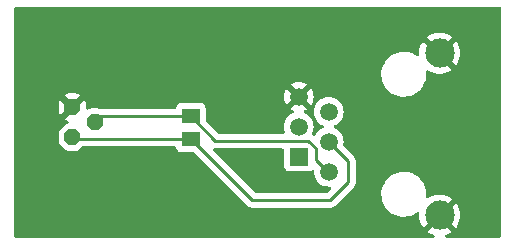
<source format=gtl>
G04 #@! TF.GenerationSoftware,KiCad,Pcbnew,7.0.2*
G04 #@! TF.CreationDate,2024-01-01T15:40:13-07:00*
G04 #@! TF.ProjectId,Temp Sensor Board 1,54656d70-2053-4656-9e73-6f7220426f61,rev?*
G04 #@! TF.SameCoordinates,Original*
G04 #@! TF.FileFunction,Copper,L1,Top*
G04 #@! TF.FilePolarity,Positive*
%FSLAX46Y46*%
G04 Gerber Fmt 4.6, Leading zero omitted, Abs format (unit mm)*
G04 Created by KiCad (PCBNEW 7.0.2) date 2024-01-01 15:40:13*
%MOMM*%
%LPD*%
G01*
G04 APERTURE LIST*
G04 Aperture macros list*
%AMOutline5P*
0 Free polygon, 5 corners , with rotation*
0 The origin of the aperture is its center*
0 number of corners: always 5*
0 $1 to $10 corner X, Y*
0 $11 Rotation angle, in degrees counterclockwise*
0 create outline with 5 corners*
4,1,5,$1,$2,$3,$4,$5,$6,$7,$8,$9,$10,$1,$2,$11*%
%AMOutline6P*
0 Free polygon, 6 corners , with rotation*
0 The origin of the aperture is its center*
0 number of corners: always 6*
0 $1 to $12 corner X, Y*
0 $13 Rotation angle, in degrees counterclockwise*
0 create outline with 6 corners*
4,1,6,$1,$2,$3,$4,$5,$6,$7,$8,$9,$10,$11,$12,$1,$2,$13*%
%AMOutline7P*
0 Free polygon, 7 corners , with rotation*
0 The origin of the aperture is its center*
0 number of corners: always 7*
0 $1 to $14 corner X, Y*
0 $15 Rotation angle, in degrees counterclockwise*
0 create outline with 7 corners*
4,1,7,$1,$2,$3,$4,$5,$6,$7,$8,$9,$10,$11,$12,$13,$14,$1,$2,$15*%
%AMOutline8P*
0 Free polygon, 8 corners , with rotation*
0 The origin of the aperture is its center*
0 number of corners: always 8*
0 $1 to $16 corner X, Y*
0 $17 Rotation angle, in degrees counterclockwise*
0 create outline with 8 corners*
4,1,8,$1,$2,$3,$4,$5,$6,$7,$8,$9,$10,$11,$12,$13,$14,$15,$16,$1,$2,$17*%
G04 Aperture macros list end*
G04 #@! TA.AperFunction,ComponentPad*
%ADD10C,2.475000*%
G04 #@! TD*
G04 #@! TA.AperFunction,ComponentPad*
%ADD11C,1.508000*%
G04 #@! TD*
G04 #@! TA.AperFunction,ComponentPad*
%ADD12R,1.508000X1.508000*%
G04 #@! TD*
G04 #@! TA.AperFunction,ComponentPad*
%ADD13Outline8P,-0.660400X0.273547X-0.273547X0.660400X0.273547X0.660400X0.660400X0.273547X0.660400X-0.273547X0.273547X-0.660400X-0.273547X-0.660400X-0.660400X-0.273547X270.000000*%
G04 #@! TD*
G04 #@! TA.AperFunction,SMDPad,CuDef*
%ADD14R,1.500000X1.300000*%
G04 #@! TD*
G04 #@! TA.AperFunction,ViaPad*
%ADD15C,0.800000*%
G04 #@! TD*
G04 #@! TA.AperFunction,Conductor*
%ADD16C,0.250000*%
G04 #@! TD*
G04 APERTURE END LIST*
D10*
X153291000Y-76711000D03*
X153291000Y-90431000D03*
D11*
X143891000Y-81661000D03*
X143891000Y-84201000D03*
X143891000Y-86741000D03*
X141351000Y-80391000D03*
X141351000Y-82931000D03*
D12*
X141351000Y-85471000D03*
D13*
X122174000Y-81280000D03*
X124079000Y-82550000D03*
X122174000Y-83820000D03*
D14*
X132207000Y-82047000D03*
X132207000Y-83947000D03*
D15*
X139065000Y-82296000D03*
X137287000Y-82296000D03*
X127762000Y-85725000D03*
X137287000Y-85598000D03*
X138938000Y-85598000D03*
X127762000Y-80264000D03*
X135382000Y-82296000D03*
X135509000Y-85598000D03*
D16*
X134297000Y-84137000D02*
X132207000Y-82047000D01*
X124582000Y-82047000D02*
X124079000Y-82550000D01*
X143894000Y-86868000D02*
X142815000Y-85789000D01*
X142176000Y-84137000D02*
X134297000Y-84137000D01*
X142815000Y-85789000D02*
X142815000Y-84776000D01*
X142815000Y-84776000D02*
X142176000Y-84137000D01*
X132207000Y-82047000D02*
X124582000Y-82047000D01*
X137414000Y-89154000D02*
X132207000Y-83947000D01*
X145542000Y-87630000D02*
X144018000Y-89154000D01*
X145542000Y-85852000D02*
X145542000Y-87630000D01*
X132207000Y-83947000D02*
X122301000Y-83947000D01*
X143891000Y-84201000D02*
X145542000Y-85852000D01*
X144018000Y-89154000D02*
X137414000Y-89154000D01*
X122301000Y-83947000D02*
X122174000Y-83820000D01*
G04 #@! TA.AperFunction,Conductor*
G36*
X134257415Y-84764027D02*
G01*
X134277196Y-84767160D01*
X134320674Y-84763050D01*
X134332344Y-84762500D01*
X139972500Y-84762500D01*
X140039539Y-84782185D01*
X140085294Y-84834989D01*
X140096500Y-84886500D01*
X140096500Y-86269560D01*
X140096500Y-86269578D01*
X140096501Y-86272872D01*
X140102909Y-86332483D01*
X140153204Y-86467331D01*
X140239454Y-86582546D01*
X140354669Y-86668796D01*
X140489517Y-86719091D01*
X140549127Y-86725500D01*
X142152872Y-86725499D01*
X142212483Y-86719091D01*
X142347331Y-86668796D01*
X142436389Y-86602126D01*
X142501850Y-86577710D01*
X142570124Y-86592561D01*
X142619530Y-86641966D01*
X142634382Y-86710239D01*
X142634226Y-86712198D01*
X142631707Y-86740996D01*
X142650838Y-86959671D01*
X142699891Y-87142738D01*
X142707653Y-87171703D01*
X142800421Y-87370646D01*
X142926326Y-87550457D01*
X143081543Y-87705674D01*
X143261354Y-87831579D01*
X143460297Y-87924347D01*
X143672326Y-87981161D01*
X143796300Y-87992007D01*
X143890999Y-88000292D01*
X143890999Y-88000291D01*
X143891000Y-88000292D01*
X143911761Y-87998475D01*
X143985704Y-87992007D01*
X144054204Y-88005774D01*
X144104387Y-88054389D01*
X144120320Y-88122418D01*
X144096945Y-88188261D01*
X144084192Y-88203216D01*
X143795228Y-88492181D01*
X143733905Y-88525666D01*
X143707547Y-88528500D01*
X137724452Y-88528500D01*
X137657413Y-88508815D01*
X137636771Y-88492181D01*
X134118772Y-84974181D01*
X134085287Y-84912858D01*
X134090271Y-84843166D01*
X134132143Y-84787233D01*
X134197607Y-84762816D01*
X134206453Y-84762500D01*
X134217981Y-84762500D01*
X134238016Y-84762500D01*
X134257415Y-84764027D01*
G37*
G04 #@! TD.AperFunction*
G04 #@! TA.AperFunction,Conductor*
G36*
X158439039Y-72790685D02*
G01*
X158484794Y-72843489D01*
X158496000Y-72895000D01*
X158496000Y-92150638D01*
X158476315Y-92217677D01*
X158459681Y-92238319D01*
X158405319Y-92292681D01*
X158343996Y-92326166D01*
X158317638Y-92329000D01*
X153855243Y-92329000D01*
X153788204Y-92309315D01*
X153742449Y-92256511D01*
X153732505Y-92187353D01*
X153761530Y-92123797D01*
X153818693Y-92086509D01*
X153927559Y-92052927D01*
X154162183Y-91939938D01*
X154331172Y-91824724D01*
X153671393Y-91164946D01*
X153793213Y-91091650D01*
X153923492Y-90968243D01*
X154024196Y-90819716D01*
X154026780Y-90813228D01*
X154684229Y-91470677D01*
X154684230Y-91470676D01*
X154730615Y-91412512D01*
X154860823Y-91186985D01*
X154955962Y-90944575D01*
X155013911Y-90690684D01*
X155033372Y-90430999D01*
X155013911Y-90171315D01*
X154955962Y-89917424D01*
X154860823Y-89675014D01*
X154730615Y-89449487D01*
X154684230Y-89391321D01*
X154023740Y-90051811D01*
X153977870Y-89965290D01*
X153861698Y-89828522D01*
X153718840Y-89719924D01*
X153670764Y-89697682D01*
X154331172Y-89037274D01*
X154162187Y-88922062D01*
X153927559Y-88809072D01*
X153678713Y-88732312D01*
X153421209Y-88693500D01*
X153160791Y-88693500D01*
X152903286Y-88732312D01*
X152654440Y-88809072D01*
X152419812Y-88922062D01*
X152326731Y-88985524D01*
X152260252Y-89007024D01*
X152192702Y-88989170D01*
X152145528Y-88937629D01*
X152133708Y-88868767D01*
X152134944Y-88860540D01*
X152135152Y-88859416D01*
X152145313Y-88581404D01*
X152114886Y-88304876D01*
X152044520Y-88035724D01*
X151935716Y-87779686D01*
X151790792Y-87542219D01*
X151699107Y-87432048D01*
X151612838Y-87328384D01*
X151505015Y-87231774D01*
X151405643Y-87142737D01*
X151173627Y-86989237D01*
X151173624Y-86989235D01*
X150921731Y-86871152D01*
X150655336Y-86791006D01*
X150655332Y-86791005D01*
X150655331Y-86791005D01*
X150380099Y-86750500D01*
X150171537Y-86750500D01*
X150169288Y-86750664D01*
X150169277Y-86750665D01*
X149963544Y-86765722D01*
X149692003Y-86826211D01*
X149432163Y-86925591D01*
X149189560Y-87061747D01*
X148969366Y-87231774D01*
X148776277Y-87432048D01*
X148614405Y-87658305D01*
X148487205Y-87905711D01*
X148397377Y-88169018D01*
X148346847Y-88442583D01*
X148336686Y-88720595D01*
X148358855Y-88922062D01*
X148367114Y-88997124D01*
X148437480Y-89266276D01*
X148546284Y-89522314D01*
X148691208Y-89759781D01*
X148691211Y-89759785D01*
X148691212Y-89759786D01*
X148709426Y-89781673D01*
X148869163Y-89973617D01*
X149076357Y-90159263D01*
X149284159Y-90296743D01*
X149308375Y-90312764D01*
X149560268Y-90430847D01*
X149768599Y-90493524D01*
X149826669Y-90510995D01*
X150101901Y-90551500D01*
X150101904Y-90551500D01*
X150308201Y-90551500D01*
X150310463Y-90551500D01*
X150518455Y-90536277D01*
X150789997Y-90475788D01*
X151049838Y-90376408D01*
X151292440Y-90240253D01*
X151359303Y-90188622D01*
X151424394Y-90163230D01*
X151492881Y-90177060D01*
X151543020Y-90225721D01*
X151558890Y-90293764D01*
X151558741Y-90296034D01*
X151548627Y-90430999D01*
X151568088Y-90690684D01*
X151626037Y-90944575D01*
X151721176Y-91186984D01*
X151851386Y-91412515D01*
X151897768Y-91470677D01*
X152558258Y-90810187D01*
X152604130Y-90896710D01*
X152720302Y-91033478D01*
X152863160Y-91142076D01*
X152911234Y-91164317D01*
X152250826Y-91824724D01*
X152419813Y-91939937D01*
X152654440Y-92052927D01*
X152763307Y-92086509D01*
X152821566Y-92125079D01*
X152849724Y-92189024D01*
X152838840Y-92258041D01*
X152792371Y-92310218D01*
X152726757Y-92329000D01*
X117399362Y-92329000D01*
X117332323Y-92309315D01*
X117311680Y-92292680D01*
X117257817Y-92238816D01*
X117224333Y-92177493D01*
X117221500Y-92151145D01*
X117221500Y-84134523D01*
X121013100Y-84134523D01*
X121013582Y-84138364D01*
X121013583Y-84138372D01*
X121023659Y-84218596D01*
X121078737Y-84351564D01*
X121128338Y-84415416D01*
X121128346Y-84415425D01*
X121130720Y-84418481D01*
X121575522Y-84863284D01*
X121639340Y-84912858D01*
X121642437Y-84915264D01*
X121775403Y-84970340D01*
X121790539Y-84972241D01*
X121859476Y-84980900D01*
X121863353Y-84980900D01*
X122484646Y-84980900D01*
X122488523Y-84980900D01*
X122572597Y-84970340D01*
X122705564Y-84915263D01*
X122772481Y-84863280D01*
X123026942Y-84608819D01*
X123088266Y-84575334D01*
X123114624Y-84572500D01*
X130837336Y-84572500D01*
X130904375Y-84592185D01*
X130950130Y-84644989D01*
X130960625Y-84683244D01*
X130962909Y-84704483D01*
X131013204Y-84839331D01*
X131099454Y-84954546D01*
X131214669Y-85040796D01*
X131349517Y-85091091D01*
X131409127Y-85097500D01*
X132421547Y-85097499D01*
X132488586Y-85117183D01*
X132509227Y-85133817D01*
X134746052Y-87370643D01*
X136913196Y-89537787D01*
X136926096Y-89553888D01*
X136977223Y-89601900D01*
X136980020Y-89604611D01*
X136999529Y-89624120D01*
X137002709Y-89626587D01*
X137011571Y-89634155D01*
X137043418Y-89664062D01*
X137060972Y-89673712D01*
X137077236Y-89684396D01*
X137088972Y-89693499D01*
X137093064Y-89696673D01*
X137117909Y-89707424D01*
X137133152Y-89714021D01*
X137143631Y-89719154D01*
X137181908Y-89740197D01*
X137201306Y-89745177D01*
X137219708Y-89751477D01*
X137238104Y-89759438D01*
X137281261Y-89766273D01*
X137292664Y-89768634D01*
X137334981Y-89779500D01*
X137355016Y-89779500D01*
X137374413Y-89781026D01*
X137394196Y-89784160D01*
X137437674Y-89780050D01*
X137449344Y-89779500D01*
X143935256Y-89779500D01*
X143955762Y-89781764D01*
X143958665Y-89781672D01*
X143958667Y-89781673D01*
X144025872Y-89779561D01*
X144029768Y-89779500D01*
X144053448Y-89779500D01*
X144057350Y-89779500D01*
X144061313Y-89778999D01*
X144072962Y-89778080D01*
X144116627Y-89776709D01*
X144135859Y-89771120D01*
X144154918Y-89767174D01*
X144162091Y-89766268D01*
X144174792Y-89764664D01*
X144215407Y-89748582D01*
X144226444Y-89744803D01*
X144268390Y-89732618D01*
X144285629Y-89722422D01*
X144303102Y-89713862D01*
X144321732Y-89706486D01*
X144357064Y-89680814D01*
X144366830Y-89674400D01*
X144404418Y-89652171D01*
X144404417Y-89652171D01*
X144404420Y-89652170D01*
X144418585Y-89638004D01*
X144433373Y-89625373D01*
X144449587Y-89613594D01*
X144477438Y-89579926D01*
X144485279Y-89571309D01*
X145925788Y-88130800D01*
X145941885Y-88117906D01*
X145943873Y-88115787D01*
X145943877Y-88115786D01*
X145989949Y-88066723D01*
X145992534Y-88064055D01*
X146012120Y-88044471D01*
X146014585Y-88041292D01*
X146022167Y-88032416D01*
X146052062Y-88000582D01*
X146061717Y-87983018D01*
X146072394Y-87966764D01*
X146084673Y-87950936D01*
X146102018Y-87910852D01*
X146107160Y-87900356D01*
X146128197Y-87862092D01*
X146133179Y-87842684D01*
X146139481Y-87824280D01*
X146147437Y-87805896D01*
X146154269Y-87762752D01*
X146156633Y-87751338D01*
X146167500Y-87709019D01*
X146167500Y-87688983D01*
X146169027Y-87669584D01*
X146172160Y-87649804D01*
X146168050Y-87606324D01*
X146167500Y-87594655D01*
X146167500Y-85934743D01*
X146169764Y-85914239D01*
X146167561Y-85844112D01*
X146167500Y-85840218D01*
X146167500Y-85816541D01*
X146167500Y-85812650D01*
X146166998Y-85808683D01*
X146166081Y-85797027D01*
X146164710Y-85753373D01*
X146159118Y-85734126D01*
X146155174Y-85715085D01*
X146152664Y-85695208D01*
X146136579Y-85654583D01*
X146132808Y-85643568D01*
X146120618Y-85601610D01*
X146110414Y-85584355D01*
X146101861Y-85566895D01*
X146098202Y-85557653D01*
X146094486Y-85548268D01*
X146068808Y-85512925D01*
X146062401Y-85503171D01*
X146040169Y-85465579D01*
X146026006Y-85451416D01*
X146013367Y-85436617D01*
X146001595Y-85420413D01*
X145967941Y-85392573D01*
X145959299Y-85384709D01*
X145152853Y-84578263D01*
X145119368Y-84516940D01*
X145120759Y-84458489D01*
X145131161Y-84419674D01*
X145150292Y-84201000D01*
X145131161Y-83982326D01*
X145074347Y-83770297D01*
X144981579Y-83571354D01*
X144855674Y-83391543D01*
X144700457Y-83236326D01*
X144553243Y-83133246D01*
X144520642Y-83110418D01*
X144376880Y-83043382D01*
X144324440Y-82997210D01*
X144305288Y-82930017D01*
X144325504Y-82863135D01*
X144376880Y-82818618D01*
X144520642Y-82751581D01*
X144520642Y-82751580D01*
X144520646Y-82751579D01*
X144700457Y-82625674D01*
X144855674Y-82470457D01*
X144981579Y-82290646D01*
X145074347Y-82091703D01*
X145131161Y-81879674D01*
X145150292Y-81661000D01*
X145131161Y-81442326D01*
X145074347Y-81230297D01*
X144981579Y-81031354D01*
X144855674Y-80851543D01*
X144700457Y-80696326D01*
X144520646Y-80570421D01*
X144428921Y-80527649D01*
X144321704Y-80477653D01*
X144109671Y-80420838D01*
X143891000Y-80401707D01*
X143672328Y-80420838D01*
X143460295Y-80477653D01*
X143261356Y-80570420D01*
X143261354Y-80570421D01*
X143097841Y-80684914D01*
X143081539Y-80696329D01*
X142926329Y-80851539D01*
X142926326Y-80851542D01*
X142926326Y-80851543D01*
X142843812Y-80969386D01*
X142800420Y-81031356D01*
X142707653Y-81230295D01*
X142650838Y-81442328D01*
X142631707Y-81661000D01*
X142650838Y-81879671D01*
X142707653Y-82091704D01*
X142735492Y-82151404D01*
X142800421Y-82290646D01*
X142926326Y-82470457D01*
X143081543Y-82625674D01*
X143261354Y-82751579D01*
X143357688Y-82796500D01*
X143405120Y-82818618D01*
X143457559Y-82864790D01*
X143476711Y-82931984D01*
X143456495Y-82998865D01*
X143405120Y-83043382D01*
X143261360Y-83110418D01*
X143261354Y-83110421D01*
X143098317Y-83224581D01*
X143081539Y-83236329D01*
X142926329Y-83391539D01*
X142926326Y-83391542D01*
X142926326Y-83391543D01*
X142800421Y-83571354D01*
X142800420Y-83571356D01*
X142800418Y-83571359D01*
X142777585Y-83620323D01*
X142731412Y-83672762D01*
X142664218Y-83691913D01*
X142597337Y-83671696D01*
X142589211Y-83665902D01*
X142587304Y-83664423D01*
X142578422Y-83656837D01*
X142546582Y-83626938D01*
X142546581Y-83626937D01*
X142540083Y-83623365D01*
X142490819Y-83573818D01*
X142476163Y-83505503D01*
X142487439Y-83462298D01*
X142506508Y-83421404D01*
X142534347Y-83361703D01*
X142591161Y-83149674D01*
X142610292Y-82931000D01*
X142607681Y-82901161D01*
X142594395Y-82749288D01*
X142591161Y-82712326D01*
X142534347Y-82500297D01*
X142441579Y-82301354D01*
X142315674Y-82121543D01*
X142160457Y-81966326D01*
X141980646Y-81840421D01*
X141836288Y-81773106D01*
X141783849Y-81726934D01*
X141764697Y-81659740D01*
X141784913Y-81592859D01*
X141836288Y-81548342D01*
X141980392Y-81481144D01*
X142043443Y-81436996D01*
X141483534Y-80877086D01*
X141493315Y-80875680D01*
X141624100Y-80815952D01*
X141732761Y-80721798D01*
X141810493Y-80600844D01*
X141834076Y-80520523D01*
X142396996Y-81083443D01*
X142441144Y-81020392D01*
X142533875Y-80821532D01*
X142590666Y-80609586D01*
X142609790Y-80391000D01*
X142590666Y-80172413D01*
X142533875Y-79960467D01*
X142441143Y-79761604D01*
X142396997Y-79698556D01*
X142396996Y-79698555D01*
X141834076Y-80261475D01*
X141810493Y-80181156D01*
X141732761Y-80060202D01*
X141624100Y-79966048D01*
X141493315Y-79906320D01*
X141483533Y-79904913D01*
X142043443Y-79345003D01*
X142043442Y-79345002D01*
X141980396Y-79300856D01*
X141781532Y-79208124D01*
X141569586Y-79151333D01*
X141351000Y-79132209D01*
X141132413Y-79151333D01*
X140920467Y-79208124D01*
X140721605Y-79300855D01*
X140658555Y-79345001D01*
X141218467Y-79904913D01*
X141208685Y-79906320D01*
X141077900Y-79966048D01*
X140969239Y-80060202D01*
X140891507Y-80181156D01*
X140867922Y-80261476D01*
X140305001Y-79698555D01*
X140260855Y-79761605D01*
X140168124Y-79960467D01*
X140111333Y-80172413D01*
X140092209Y-80390999D01*
X140111333Y-80609586D01*
X140168124Y-80821532D01*
X140260856Y-81020396D01*
X140305002Y-81083442D01*
X140305003Y-81083443D01*
X140867922Y-80520523D01*
X140891507Y-80600844D01*
X140969239Y-80721798D01*
X141077900Y-80815952D01*
X141208685Y-80875680D01*
X141218466Y-80877086D01*
X140658555Y-81436996D01*
X140658556Y-81436997D01*
X140721603Y-81481143D01*
X140865711Y-81548342D01*
X140918150Y-81594515D01*
X140937302Y-81661708D01*
X140917086Y-81728589D01*
X140865711Y-81773106D01*
X140721356Y-81840420D01*
X140721354Y-81840421D01*
X140541543Y-81966326D01*
X140541539Y-81966329D01*
X140386329Y-82121539D01*
X140386326Y-82121542D01*
X140386326Y-82121543D01*
X140306550Y-82235476D01*
X140260420Y-82301356D01*
X140167653Y-82500295D01*
X140110838Y-82712328D01*
X140091707Y-82930999D01*
X140110838Y-83149671D01*
X140121514Y-83189514D01*
X140156880Y-83321500D01*
X140165966Y-83355406D01*
X140164303Y-83425256D01*
X140125141Y-83483118D01*
X140060913Y-83510623D01*
X140046191Y-83511500D01*
X134607453Y-83511500D01*
X134540414Y-83491815D01*
X134519772Y-83475181D01*
X133493818Y-82449227D01*
X133460333Y-82387904D01*
X133457499Y-82361546D01*
X133457499Y-81352439D01*
X133457499Y-81349128D01*
X133451091Y-81289517D01*
X133400796Y-81154669D01*
X133314546Y-81039454D01*
X133199331Y-80953204D01*
X133064483Y-80902909D01*
X133004873Y-80896500D01*
X133001550Y-80896500D01*
X131412439Y-80896500D01*
X131412420Y-80896500D01*
X131409128Y-80896501D01*
X131405848Y-80896853D01*
X131405840Y-80896854D01*
X131349515Y-80902909D01*
X131214669Y-80953204D01*
X131099454Y-81039454D01*
X131013204Y-81154668D01*
X130962909Y-81289516D01*
X130960626Y-81310754D01*
X130933888Y-81375306D01*
X130876496Y-81415154D01*
X130837336Y-81421500D01*
X124664740Y-81421500D01*
X124644236Y-81419236D01*
X124574144Y-81421439D01*
X124570250Y-81421500D01*
X124554987Y-81421500D01*
X124507536Y-81412061D01*
X124477596Y-81399660D01*
X124477595Y-81399659D01*
X124477593Y-81399659D01*
X124397374Y-81389583D01*
X124397364Y-81389582D01*
X124393524Y-81389100D01*
X123764477Y-81389100D01*
X123760636Y-81389582D01*
X123760627Y-81389583D01*
X123680403Y-81399659D01*
X123547434Y-81454737D01*
X123534468Y-81464810D01*
X123469449Y-81490390D01*
X123400922Y-81476757D01*
X123350644Y-81428240D01*
X123334400Y-81366883D01*
X123334400Y-80969386D01*
X123333916Y-80961665D01*
X123323850Y-80881527D01*
X123268829Y-80748693D01*
X123219283Y-80684913D01*
X123214160Y-80679107D01*
X123171303Y-80636250D01*
X122577547Y-81230005D01*
X122565327Y-81152850D01*
X122506883Y-81038146D01*
X122415854Y-80947117D01*
X122301150Y-80888673D01*
X122223994Y-80876452D01*
X122817749Y-80282696D01*
X122774892Y-80239839D01*
X122769086Y-80234716D01*
X122705306Y-80185171D01*
X122572471Y-80130148D01*
X122492334Y-80120083D01*
X122484608Y-80119600D01*
X121863386Y-80119600D01*
X121855665Y-80120083D01*
X121775527Y-80130149D01*
X121642693Y-80185170D01*
X121578914Y-80234716D01*
X121573114Y-80239833D01*
X121530250Y-80282696D01*
X122124006Y-80876452D01*
X122046850Y-80888673D01*
X121932146Y-80947117D01*
X121841117Y-81038146D01*
X121782673Y-81152850D01*
X121770452Y-81230006D01*
X121176696Y-80636250D01*
X121133833Y-80679114D01*
X121128716Y-80684914D01*
X121079171Y-80748693D01*
X121024148Y-80881528D01*
X121014083Y-80961665D01*
X121013600Y-80969391D01*
X121013600Y-81590613D01*
X121014083Y-81598334D01*
X121024149Y-81678472D01*
X121079170Y-81811306D01*
X121128716Y-81875086D01*
X121133832Y-81880884D01*
X121176696Y-81923748D01*
X121770452Y-81329993D01*
X121782673Y-81407150D01*
X121841117Y-81521854D01*
X121932146Y-81612883D01*
X122046850Y-81671327D01*
X122124005Y-81683547D01*
X121530250Y-82277303D01*
X121573107Y-82320160D01*
X121578913Y-82325283D01*
X121642692Y-82374828D01*
X121788365Y-82435168D01*
X121842768Y-82479009D01*
X121864833Y-82545303D01*
X121847554Y-82613003D01*
X121796416Y-82660613D01*
X121788366Y-82664290D01*
X121721023Y-82692185D01*
X121642439Y-82724736D01*
X121642434Y-82724738D01*
X121578583Y-82774338D01*
X121578565Y-82774353D01*
X121575519Y-82776720D01*
X121572785Y-82779453D01*
X121572777Y-82779461D01*
X121133454Y-83218783D01*
X121133446Y-83218791D01*
X121130716Y-83221522D01*
X121128345Y-83224573D01*
X121128339Y-83224581D01*
X121078735Y-83288437D01*
X121023659Y-83421403D01*
X121013583Y-83501627D01*
X121013100Y-83505476D01*
X121013100Y-84134523D01*
X117221500Y-84134523D01*
X117221500Y-78560595D01*
X148336686Y-78560595D01*
X148361081Y-78782300D01*
X148367114Y-78837124D01*
X148437480Y-79106276D01*
X148546284Y-79362314D01*
X148691208Y-79599781D01*
X148691211Y-79599785D01*
X148691212Y-79599786D01*
X148825877Y-79761604D01*
X148869163Y-79813617D01*
X149076357Y-79999263D01*
X149274192Y-80130149D01*
X149308375Y-80152764D01*
X149560268Y-80270847D01*
X149768599Y-80333524D01*
X149826669Y-80350995D01*
X150101901Y-80391500D01*
X150101904Y-80391500D01*
X150308201Y-80391500D01*
X150310463Y-80391500D01*
X150518455Y-80376277D01*
X150789997Y-80315788D01*
X151049838Y-80216408D01*
X151292440Y-80080253D01*
X151512632Y-79910226D01*
X151705722Y-79709951D01*
X151867593Y-79483696D01*
X151994797Y-79236283D01*
X152084621Y-78972986D01*
X152135152Y-78699416D01*
X152145313Y-78421404D01*
X152128546Y-78269026D01*
X152140780Y-78200240D01*
X152188262Y-78148984D01*
X152255918Y-78131535D01*
X152321654Y-78153013D01*
X152419816Y-78219938D01*
X152654440Y-78332927D01*
X152903286Y-78409687D01*
X153160791Y-78448500D01*
X153421209Y-78448500D01*
X153678713Y-78409687D01*
X153927559Y-78332927D01*
X154162183Y-78219938D01*
X154331172Y-78104724D01*
X153671393Y-77444946D01*
X153793213Y-77371650D01*
X153923492Y-77248243D01*
X154024196Y-77099716D01*
X154026780Y-77093228D01*
X154684229Y-77750677D01*
X154684230Y-77750676D01*
X154730615Y-77692512D01*
X154860823Y-77466985D01*
X154955962Y-77224575D01*
X155013911Y-76970684D01*
X155033372Y-76711000D01*
X155013911Y-76451315D01*
X154955962Y-76197424D01*
X154860823Y-75955014D01*
X154730615Y-75729487D01*
X154684230Y-75671321D01*
X154023740Y-76331811D01*
X153977870Y-76245290D01*
X153861698Y-76108522D01*
X153718840Y-75999924D01*
X153670765Y-75977682D01*
X154331172Y-75317274D01*
X154162187Y-75202062D01*
X153927559Y-75089072D01*
X153678713Y-75012312D01*
X153421209Y-74973500D01*
X153160791Y-74973500D01*
X152903286Y-75012312D01*
X152654440Y-75089072D01*
X152419812Y-75202062D01*
X152250827Y-75317274D01*
X152910606Y-75977053D01*
X152788787Y-76050350D01*
X152658508Y-76173757D01*
X152557804Y-76322284D01*
X152555218Y-76328771D01*
X151897769Y-75671322D01*
X151851383Y-75729489D01*
X151721176Y-75955015D01*
X151626037Y-76197424D01*
X151568088Y-76451315D01*
X151548627Y-76711000D01*
X151558608Y-76844181D01*
X151543989Y-76912505D01*
X151494752Y-76962078D01*
X151426530Y-76977161D01*
X151366536Y-76956864D01*
X151173624Y-76829235D01*
X150921731Y-76711152D01*
X150655336Y-76631006D01*
X150655332Y-76631005D01*
X150655331Y-76631005D01*
X150380099Y-76590500D01*
X150171537Y-76590500D01*
X150169288Y-76590664D01*
X150169277Y-76590665D01*
X149963544Y-76605722D01*
X149692003Y-76666211D01*
X149432163Y-76765591D01*
X149189560Y-76901747D01*
X148969366Y-77071774D01*
X148776277Y-77272048D01*
X148614405Y-77498305D01*
X148487205Y-77745711D01*
X148397377Y-78009018D01*
X148346847Y-78282583D01*
X148336686Y-78560595D01*
X117221500Y-78560595D01*
X117221500Y-72948859D01*
X117241184Y-72881824D01*
X117257819Y-72861181D01*
X117311683Y-72807318D01*
X117373006Y-72773834D01*
X117399363Y-72771000D01*
X158372000Y-72771000D01*
X158439039Y-72790685D01*
G37*
G04 #@! TD.AperFunction*
M02*

</source>
